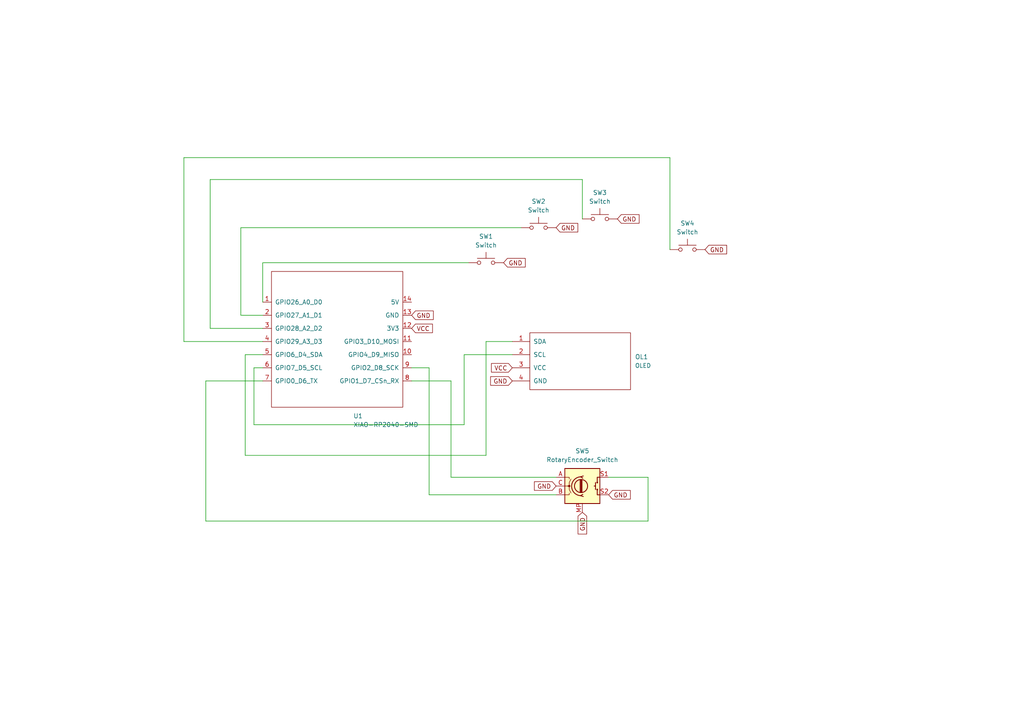
<source format=kicad_sch>
(kicad_sch (version 20250114) (generator "eeschema") (generator_version "9.0")
  (paper "A4")
  (lib_symbols
    (symbol "0.91 display:OLED" (pin_names (offset 1.016))
      (property "Reference" "OL" (at 0 2.54 0))
      (property "Value" "OLED" (at 0 -1.27 0))
      (symbol "OLED_0_1"
        (rectangle (start -13.97 8.89) (end 15.24 -7.62))
      )
      (symbol "OLED_1_1"
        (pin bidirectional line (at -19.05 6.35 0) (length 5.08) (name "SDA") (number "1"))
        (pin bidirectional line (at -19.05 2.54 0) (length 5.08) (name "SCL") (number "2"))
        (pin power_in line (at -19.05 -1.27 0) (length 5.08) (name "VCC") (number "3"))
        (pin power_in line (at -19.05 -5.08 0) (length 5.08) (name "GND") (number "4"))
      )
    )
    (symbol "Device:RotaryEncoder_Switch_MP" (pin_names (offset 0.254) (hide yes))
      (property "Reference" "SW" (at 0 8.89 0))
      (property "Value" "RotaryEncoder_Switch_MP" (at 0 6.35 0))
      (symbol "RotaryEncoder_Switch_MP_0_1"
        (rectangle (start -5.08 5.08) (end 5.08 -5.08) (stroke (width 0.254)) (fill (type background)))
        (polyline (pts (xy -5.08 2.54) (xy -3.81 2.54) (xy -3.81 2.032)))
        (polyline (pts (xy -5.08 0) (xy -3.81 0) (xy -3.81 -1.016) (xy -3.302 -2.032)))
        (polyline (pts (xy -5.08 -2.54) (xy -3.81 -2.54) (xy -3.81 -2.032)))
        (polyline (pts (xy -4.318 0) (xy -3.81 0) (xy -3.81 1.016) (xy -3.302 2.032)))
        (circle (center -3.81 0) (radius 0.254) (fill (type outline)))
        (polyline (pts (xy -0.635 -1.778) (xy -0.635 1.778)) (stroke (width 0.254)))
        (circle (center -0.381 0) (radius 1.905) (stroke (width 0.254)))
        (polyline (pts (xy -0.381 -1.778) (xy -0.381 1.778)) (stroke (width 0.254)))
        (arc (start -0.381 -2.794) (mid -3.0988 -0.0635) (end -0.381 2.667) (stroke (width 0.254)))
        (polyline (pts (xy -0.127 1.778) (xy -0.127 -1.778)) (stroke (width 0.254)))
        (polyline (pts (xy 0.254 2.921) (xy -0.508 2.667) (xy 0.127 2.286)) (stroke (width 0.254)))
        (polyline (pts (xy 0.254 -3.048) (xy -0.508 -2.794) (xy 0.127 -2.413)) (stroke (width 0.254)))
        (polyline (pts (xy 3.81 1.016) (xy 3.81 -1.016)) (stroke (width 0.254)))
        (polyline (pts (xy 3.81 0) (xy 3.429 0)) (stroke (width 0.254)))
        (circle (center 4.318 1.016) (radius 0.127) (stroke (width 0.254)))
        (circle (center 4.318 -1.016) (radius 0.127) (stroke (width 0.254)))
        (polyline (pts (xy 5.08 2.54) (xy 4.318 2.54) (xy 4.318 1.016)) (stroke (width 0.254)))
        (polyline (pts (xy 5.08 -2.54) (xy 4.318 -2.54) (xy 4.318 -1.016)) (stroke (width 0.254)))
      )
      (symbol "RotaryEncoder_Switch_MP_1_1"
        (pin passive line (at -7.62 2.54 0) (length 2.54) (name "A") (number "A"))
        (pin passive line (at -7.62 0 0) (length 2.54) (name "C") (number "C"))
        (pin passive line (at -7.62 -2.54 0) (length 2.54) (name "B") (number "B"))
        (pin passive line (at 0 -7.62 90) (length 2.54) (name "MP") (number "MP"))
        (pin passive line (at 7.62 2.54 180) (length 2.54) (name "S1") (number "S1"))
        (pin passive line (at 7.62 -2.54 180) (length 2.54) (name "S2") (number "S2"))
      )
    )
    (symbol "OPL lib:XIAO-RP2040-SMD" (pin_names (offset 1.016))
      (property "Reference" "U1" (at 4.6833 -21.59 0))
      (property "Value" "XIAO-RP2040-SMD" (at 4.6833 -24.13 0))
      (symbol "XIAO-RP2040-SMD_0_1"
        (rectangle (start 19.05 -19.05) (end -19.05 20.32))
      )
      (symbol "XIAO-RP2040-SMD_1_1"
        (pin passive line (at -21.59 11.43 0) (length 2.54) (name "GPIO26_A0_D0") (number "1"))
        (pin passive line (at -21.59 7.62 0) (length 2.54) (name "GPIO27_A1_D1") (number "2"))
        (pin passive line (at -21.59 3.81 0) (length 2.54) (name "GPIO28_A2_D2") (number "3"))
        (pin passive line (at -21.59 0 0) (length 2.54) (name "GPIO29_A3_D3") (number "4"))
        (pin passive line (at -21.59 -3.81 0) (length 2.54) (name "GPIO6_D4_SDA") (number "5"))
        (pin passive line (at -21.59 -7.62 0) (length 2.54) (name "GPIO7_D5_SCL") (number "6"))
        (pin passive line (at -21.59 -11.43 0) (length 2.54) (name "GPIO0_D6_TX") (number "7"))
        (pin passive line (at 21.59 11.43 180) (length 2.54) (name "5V") (number "14"))
        (pin passive line (at 21.59 7.62 180) (length 2.54) (name "GND") (number "13"))
        (pin passive line (at 21.59 3.81 180) (length 2.54) (name "3V3") (number "12"))
        (pin passive line (at 21.59 0 180) (length 2.54) (name "GPIO3_D10_MOSI") (number "11"))
        (pin passive line (at 21.59 -3.81 180) (length 2.54) (name "GPIO4_D9_MISO") (number "10"))
        (pin passive line (at 21.59 -7.62 180) (length 2.54) (name "GPIO2_D8_SCK") (number "9"))
        (pin passive line (at 21.59 -11.43 180) (length 2.54) (name "GPIO1_D7_CSn_RX") (number "8"))
      )
    )
    (symbol "Scottokeebs:Placeholder_Switch" (pin_numbers (hide yes)) (pin_names (offset 1.016) (hide yes))
      (property "Reference" "SW" (at 1.27 2.54 0))
      (property "Value" "Switch" (at 0 -1.524 0))
      (symbol "Placeholder_Switch_0_1"
        (circle (center -2.032 0) (radius 0.508))
        (polyline (pts (xy 0 1.27) (xy 0 3.048)))
        (circle (center 2.032 0) (radius 0.508))
        (polyline (pts (xy 2.54 1.27) (xy -2.54 1.27)))
        (pin passive line (at -5.08 0 0) (length 2.54) (name "1") (number "1"))
        (pin passive line (at 5.08 0 180) (length 2.54) (name "2") (number "2"))
      )
    )
  )
  (wire (pts (xy 124.46 106.68) (xy 119.38 106.68)))
  (wire (pts (xy 130.81 110.49) (xy 119.38 110.49)))
  (wire (pts (xy 60.96 52.07) (xy 60.96 95.25)))
  (wire (pts (xy 130.81 138.43) (xy 130.81 110.49)))
  (wire (pts (xy 187.96 138.43) (xy 187.96 151.13)))
  (wire (pts (xy 69.85 66.04) (xy 69.85 91.44)))
  (wire (pts (xy 161.29 138.43) (xy 130.81 138.43)))
  (wire (pts (xy 134.62 102.87) (xy 134.62 123.19)))
  (wire (pts (xy 194.31 72.39) (xy 194.31 45.72)))
  (wire (pts (xy 148.59 102.87) (xy 134.62 102.87)))
  (wire (pts (xy 135.89 76.2) (xy 76.2 76.2)))
  (wire (pts (xy 124.46 143.51) (xy 124.46 106.68)))
  (wire (pts (xy 151.13 66.04) (xy 69.85 66.04)))
  (wire (pts (xy 59.69 110.49) (xy 76.2 110.49)))
  (wire (pts (xy 73.66 106.68) (xy 73.66 123.19)))
  (wire (pts (xy 53.34 99.06) (xy 76.2 99.06)))
  (wire (pts (xy 71.12 102.87) (xy 76.2 102.87)))
  (wire (pts (xy 148.59 99.06) (xy 140.97 99.06)))
  (wire (pts (xy 168.91 52.07) (xy 60.96 52.07)))
  (wire (pts (xy 140.97 132.08) (xy 71.12 132.08)))
  (wire (pts (xy 134.62 123.19) (xy 73.66 123.19)))
  (wire (pts (xy 140.97 99.06) (xy 140.97 132.08)))
  (wire (pts (xy 176.53 138.43) (xy 187.96 138.43)))
  (wire (pts (xy 187.96 151.13) (xy 59.69 151.13)))
  (wire (pts (xy 76.2 76.2) (xy 76.2 87.63)))
  (wire (pts (xy 53.34 45.72) (xy 53.34 99.06)))
  (wire (pts (xy 168.91 63.5) (xy 168.91 52.07)))
  (wire (pts (xy 60.96 95.25) (xy 76.2 95.25)))
  (wire (pts (xy 69.85 91.44) (xy 76.2 91.44)))
  (wire (pts (xy 73.66 106.68) (xy 76.2 106.68)))
  (wire (pts (xy 161.29 143.51) (xy 124.46 143.51)))
  (wire (pts (xy 194.31 45.72) (xy 53.34 45.72)))
  (wire (pts (xy 71.12 132.08) (xy 71.12 102.87)))
  (wire (pts (xy 59.69 151.13) (xy 59.69 110.49)))
  (global_label "GND" (shape input) (at 161.29 66.04 0) (property "Intersheetrefs" "${INTERSHEET_REFS}" (effects (hide yes))))
  (global_label "GND" (shape input) (at 168.91 148.59 270) (property "Intersheetrefs" "${INTERSHEET_REFS}" (effects (hide yes))))
  (global_label "GND" (shape input) (at 146.05 76.2 0) (property "Intersheetrefs" "${INTERSHEET_REFS}" (effects (hide yes))))
  (global_label "GND" (shape input) (at 204.47 72.39 0) (property "Intersheetrefs" "${INTERSHEET_REFS}" (effects (hide yes))))
  (global_label "GND" (shape input) (at 119.38 91.44 0) (property "Intersheetrefs" "${INTERSHEET_REFS}" (effects (hide yes))))
  (global_label "VCC" (shape input) (at 119.38 95.25 0) (property "Intersheetrefs" "${INTERSHEET_REFS}" (effects (hide yes))))
  (global_label "VCC" (shape input) (at 148.59 106.68 180) (property "Intersheetrefs" "${INTERSHEET_REFS}" (effects (hide yes))))
  (global_label "GND" (shape input) (at 161.29 140.97 180) (property "Intersheetrefs" "${INTERSHEET_REFS}" (effects (hide yes))))
  (global_label "GND" (shape input) (at 176.53 143.51 0) (property "Intersheetrefs" "${INTERSHEET_REFS}" (effects (hide yes))))
  (global_label "GND" (shape input) (at 179.07 63.5 0) (property "Intersheetrefs" "${INTERSHEET_REFS}" (effects (hide yes))))
  (global_label "GND" (shape input) (at 148.59 110.49 180) (property "Intersheetrefs" "${INTERSHEET_REFS}" (effects (hide yes))))
  (symbol (lib_id "0.91 display:OLED") (at 167.64 105.41 0) (unit 1)
    (property "Reference" "OL1" (at 184.15 103.505 0) (effects (font (size 1.2954 1.2954)) (justify left)))
    (property "Value" "OLED" (at 184.15 106.045 0) (effects (font (size 1.1938 1.1938)) (justify left)))
    (property "Footprint" "ScottoKeebs_Components:OLED_128x32" (effects (hide yes)))
  )
  (symbol (lib_id "Scottokeebs:Placeholder_Switch") (at 199.39 72.39 0) (unit 1)
    (property "Reference" "SW4" (at 199.39 64.77 0))
    (property "Value" "Switch" (at 199.39 67.31 0))
    (property "Footprint" "ScottoKeebs_MX:MX_PCB_1.00u" (effects (hide yes)))
    (property "Description" "Push button switch, generic, two pins" (effects (hide yes)))
  )
  (symbol (lib_id "OPL lib:XIAO-RP2040-SMD") (at 97.79 99.06 0) (unit 1)
    (property "Reference" "U1" (at 102.4733 120.65 0) (effects (justify left)))
    (property "Value" "XIAO-RP2040-SMD" (at 102.4733 123.19 0) (effects (justify left)))
    (property "Footprint" "ScottoKeebs_MCU:Seeed_XIAO_RP2040" (effects (hide yes)))
  )
  (symbol (lib_id "Scottokeebs:Placeholder_Switch") (at 140.97 76.2 0) (unit 1)
    (property "Reference" "SW1" (at 140.97 68.58 0))
    (property "Value" "Switch" (at 140.97 71.12 0))
    (property "Footprint" "ScottoKeebs_MX:MX_PCB_1.00u" (effects (hide yes)))
    (property "Description" "Push button switch, generic, two pins" (effects (hide yes)))
  )
  (symbol (lib_id "Device:RotaryEncoder_Switch_MP") (at 168.91 140.97 0) (unit 1)
    (property "Reference" "SW5" (at 168.91 130.81 0))
    (property "Value" "RotaryEncoder_Switch" (at 168.91 133.35 0))
    (property "Footprint" "Rotary_Encoder:RotaryEncoder_Alps_EC11E_Vertical_H20mm" (effects (hide yes)))
    (property "Description" "Rotary encoder, dual channel, incremental quadrate outputs, with switch and MP Pin" (effects (hide yes)))
  )
  (symbol (lib_id "Scottokeebs:Placeholder_Switch") (at 173.99 63.5 0) (unit 1)
    (property "Reference" "SW3" (at 173.99 55.88 0))
    (property "Value" "Switch" (at 173.99 58.42 0))
    (property "Footprint" "ScottoKeebs_MX:MX_PCB_1.00u" (effects (hide yes)))
    (property "Description" "Push button switch, generic, two pins" (effects (hide yes)))
  )
  (symbol (lib_id "Scottokeebs:Placeholder_Switch") (at 156.21 66.04 0) (unit 1)
    (property "Reference" "SW2" (at 156.21 58.42 0))
    (property "Value" "Switch" (at 156.21 60.96 0))
    (property "Footprint" "ScottoKeebs_MX:MX_PCB_1.00u" (effects (hide yes)))
    (property "Description" "Push button switch, generic, two pins" (effects (hide yes)))
  )
)
</source>
